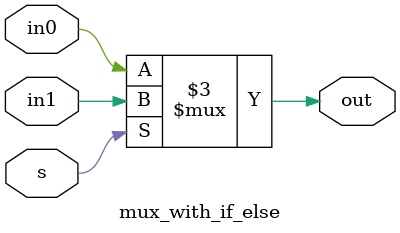
<source format=v>
module mux_with_if_else(
    input in0,in1,s,
    output reg out
);
always @(*) begin
    if(s)
        out=in1;
    else
        out=in0;
end
endmodule

</source>
